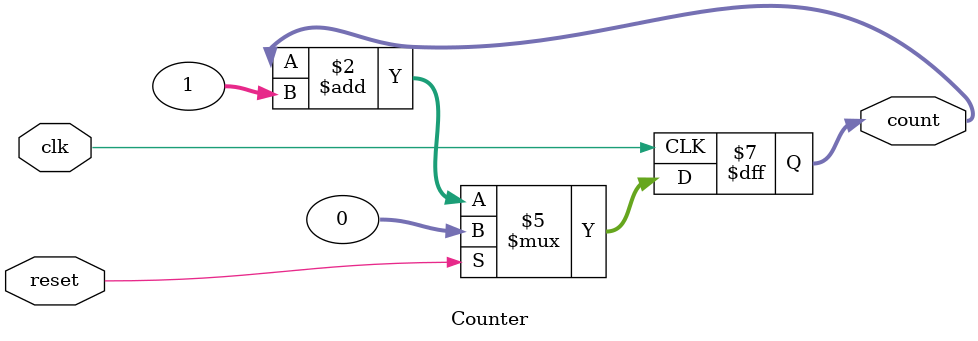
<source format=v>
`timescale 1ns / 1ns

module Counter(reset, clk, count);
  input clk;
  input reset;
  output [31:0] count;

  reg [31:0] count;

  initial
    count = 0;

  always @(posedge clk)
    if (reset)
      count <= 0;
    else
      count <= count + 1;

endmodule


</source>
